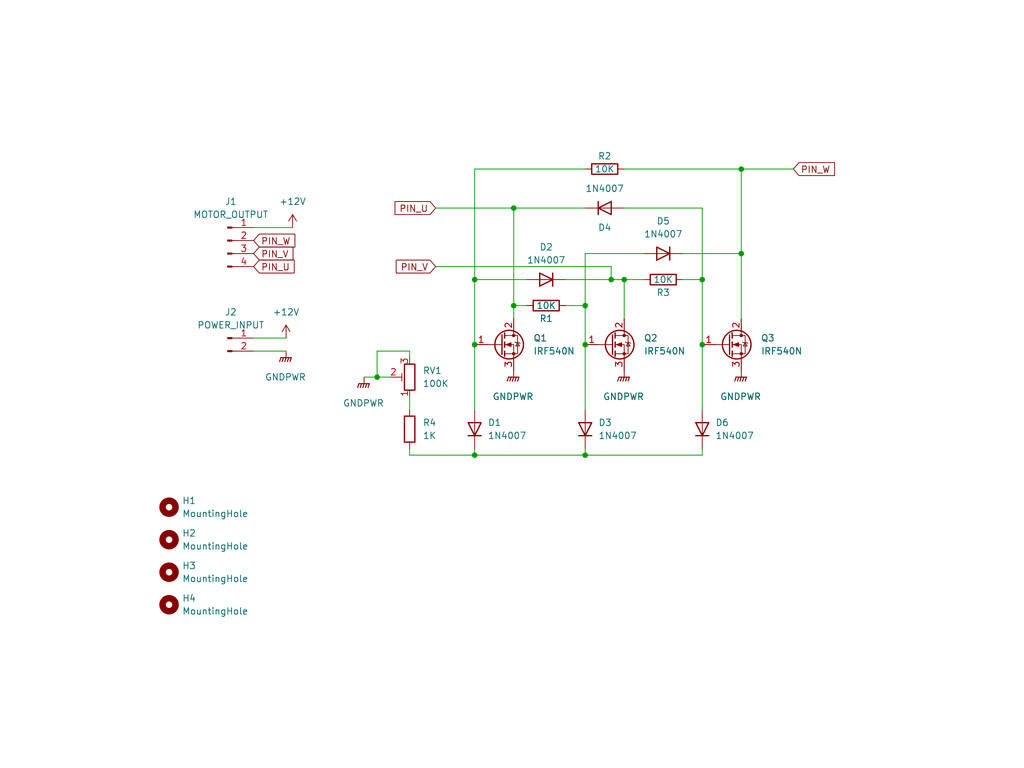
<source format=kicad_sch>
(kicad_sch (version 20211123) (generator eeschema)
  (paper "User" 200 150.012)
  (title_block (title "UVW BLCD Controller") (date "2023-01-16") (company "Achmadi ST MT"))
  (lib_symbols
    (symbol "Connector:Conn_01x02_Male" (pin_names (offset 1.016) hide)
      (property "Reference" "J" (at 0 2.54 0))
      (property "Value" "Conn_01x02_Male" (at 0 -5.08 0))
      (symbol "Conn_01x02_Male_1_1"
        (polyline (pts (xy 1.27 -2.54) (xy 0.8636 -2.54)) (stroke (width 0.1524)))
        (polyline (pts (xy 1.27 0) (xy 0.8636 0)) (stroke (width 0.1524)))
        (rectangle (start 0.8636 -2.413) (end 0 -2.667) (stroke (width 0.1524)) (fill (type outline)))
        (rectangle (start 0.8636 0.127) (end 0 -0.127) (stroke (width 0.1524)) (fill (type outline)))
        (pin passive line (at 5.08 0 180) (length 3.81) (name "Pin_1") (number "1"))
        (pin passive line (at 5.08 -2.54 180) (length 3.81) (name "Pin_2") (number "2"))
      )
    )
    (symbol "Connector:Conn_01x04_Male" (pin_names (offset 1.016) hide)
      (property "Reference" "J" (at 0 5.08 0))
      (property "Value" "Conn_01x04_Male" (at 0 -7.62 0))
      (symbol "Conn_01x04_Male_1_1"
        (polyline (pts (xy 1.27 -5.08) (xy 0.8636 -5.08)) (stroke (width 0.1524)))
        (polyline (pts (xy 1.27 -2.54) (xy 0.8636 -2.54)) (stroke (width 0.1524)))
        (polyline (pts (xy 1.27 0) (xy 0.8636 0)) (stroke (width 0.1524)))
        (polyline (pts (xy 1.27 2.54) (xy 0.8636 2.54)) (stroke (width 0.1524)))
        (rectangle (start 0.8636 -4.953) (end 0 -5.207) (stroke (width 0.1524)) (fill (type outline)))
        (rectangle (start 0.8636 -2.413) (end 0 -2.667) (stroke (width 0.1524)) (fill (type outline)))
        (rectangle (start 0.8636 0.127) (end 0 -0.127) (stroke (width 0.1524)) (fill (type outline)))
        (rectangle (start 0.8636 2.667) (end 0 2.413) (stroke (width 0.1524)) (fill (type outline)))
        (pin passive line (at 5.08 2.54 180) (length 3.81) (name "Pin_1") (number "1"))
        (pin passive line (at 5.08 0 180) (length 3.81) (name "Pin_2") (number "2"))
        (pin passive line (at 5.08 -2.54 180) (length 3.81) (name "Pin_3") (number "3"))
        (pin passive line (at 5.08 -5.08 180) (length 3.81) (name "Pin_4") (number "4"))
      )
    )
    (symbol "Device:D" (pin_numbers hide) (pin_names (offset 1.016) hide)
      (property "Reference" "D" (at 0 2.54 0))
      (property "Value" "D" (at 0 -2.54 0))
      (symbol "D_0_1"
        (polyline (pts (xy -1.27 1.27) (xy -1.27 -1.27)) (stroke (width 0.254)))
        (polyline (pts (xy 1.27 0) (xy -1.27 0)))
        (polyline (pts (xy 1.27 1.27) (xy 1.27 -1.27) (xy -1.27 0) (xy 1.27 1.27)) (stroke (width 0.254)))
      )
      (symbol "D_1_1"
        (pin passive line (at -3.81 0 0) (length 2.54) (name "K") (number "1"))
        (pin passive line (at 3.81 0 180) (length 2.54) (name "A") (number "2"))
      )
    )
    (symbol "Device:R" (pin_numbers hide) (pin_names (offset 0))
      (property "Reference" "R" (at 2.032 0 90))
      (property "Value" "R" (at 0 0 90))
      (symbol "R_0_1"
        (rectangle (start -1.016 -2.54) (end 1.016 2.54) (stroke (width 0.254)))
      )
      (symbol "R_1_1"
        (pin passive line (at 0 3.81 270) (length 1.27) (name "~") (number "1"))
        (pin passive line (at 0 -3.81 90) (length 1.27) (name "~") (number "2"))
      )
    )
    (symbol "Device:R_Potentiometer_Trim" (pin_names (offset 1.016) hide)
      (property "Reference" "RV" (at -4.445 0 90))
      (property "Value" "R_Potentiometer_Trim" (at -2.54 0 90))
      (symbol "R_Potentiometer_Trim_0_1"
        (polyline (pts (xy 1.524 0.762) (xy 1.524 -0.762)))
        (polyline (pts (xy 2.54 0) (xy 1.524 0)))
        (rectangle (start 1.016 2.54) (end -1.016 -2.54) (stroke (width 0.254)))
      )
      (symbol "R_Potentiometer_Trim_1_1"
        (pin passive line (at 0 3.81 270) (length 1.27) (name "1") (number "1"))
        (pin passive line (at 3.81 0 180) (length 1.27) (name "2") (number "2"))
        (pin passive line (at 0 -3.81 90) (length 1.27) (name "3") (number "3"))
      )
    )
    (symbol "Mechanical:MountingHole" (pin_names (offset 1.016))
      (property "Reference" "H" (at 0 5.08 0))
      (property "Value" "MountingHole" (at 0 3.175 0))
      (symbol "MountingHole_0_1"
        (circle (center 0 0) (radius 1.27) (stroke (width 1.27)))
      )
    )
    (symbol "Transistor_FET:IRF540N" (pin_names hide)
      (property "Reference" "Q" (at 6.35 1.905 0))
      (property "Value" "IRF540N" (at 6.35 0 0))
      (symbol "IRF540N_0_1"
        (polyline (pts (xy 0.254 0) (xy -2.54 0)))
        (polyline (pts (xy 0.254 1.905) (xy 0.254 -1.905)) (stroke (width 0.254)))
        (polyline (pts (xy 0.762 -1.27) (xy 0.762 -2.286)) (stroke (width 0.254)))
        (polyline (pts (xy 0.762 0.508) (xy 0.762 -0.508)) (stroke (width 0.254)))
        (polyline (pts (xy 0.762 2.286) (xy 0.762 1.27)) (stroke (width 0.254)))
        (polyline (pts (xy 2.54 2.54) (xy 2.54 1.778)))
        (polyline (pts (xy 2.54 -2.54) (xy 2.54 0) (xy 0.762 0)))
        (polyline (pts (xy 0.762 -1.778) (xy 3.302 -1.778) (xy 3.302 1.778) (xy 0.762 1.778)))
        (polyline (pts (xy 1.016 0) (xy 2.032 0.381) (xy 2.032 -0.381) (xy 1.016 0)) (fill (type outline)))
        (polyline (pts (xy 2.794 0.508) (xy 2.921 0.381) (xy 3.683 0.381) (xy 3.81 0.254)))
        (polyline (pts (xy 3.302 0.381) (xy 2.921 -0.254) (xy 3.683 -0.254) (xy 3.302 0.381)))
        (circle (center 1.651 0) (radius 2.794) (stroke (width 0.254)))
        (circle (center 2.54 -1.778) (radius 0.254) (fill (type outline)))
        (circle (center 2.54 1.778) (radius 0.254) (fill (type outline)))
      )
      (symbol "IRF540N_1_1"
        (pin input line (at -5.08 0 0) (length 2.54) (name "G") (number "1"))
        (pin passive line (at 2.54 5.08 270) (length 2.54) (name "D") (number "2"))
        (pin passive line (at 2.54 -5.08 90) (length 2.54) (name "S") (number "3"))
      )
    )
    (symbol "power:+12V" (power) (pin_names (offset 0))
      (property "Value" "+12V" (at 0 3.556 0))
      (symbol "+12V_0_1"
        (polyline (pts (xy -0.762 1.27) (xy 0 2.54)))
        (polyline (pts (xy 0 0) (xy 0 2.54)))
        (polyline (pts (xy 0 2.54) (xy 0.762 1.27)))
      )
      (symbol "+12V_1_1"
        (pin power_in line (at 0 0 90) (length 0) hide (name "+12V") (number "1"))
      )
    )
    (symbol "power:GNDPWR" (power) (pin_names (offset 0))
      (property "Value" "GNDPWR" (at 0 -3.302 0))
      (symbol "GNDPWR_0_1"
        (polyline (pts (xy 0 -1.27) (xy 0 0)))
        (polyline (pts (xy -1.016 -1.27) (xy -1.27 -2.032) (xy -1.27 -2.032)) (stroke (width 0.2032)))
        (polyline (pts (xy -0.508 -1.27) (xy -0.762 -2.032) (xy -0.762 -2.032)) (stroke (width 0.2032)))
        (polyline (pts (xy 0 -1.27) (xy -0.254 -2.032) (xy -0.254 -2.032)) (stroke (width 0.2032)))
        (polyline (pts (xy 0.508 -1.27) (xy 0.254 -2.032) (xy 0.254 -2.032)) (stroke (width 0.2032)))
        (polyline (pts (xy 1.016 -1.27) (xy -1.016 -1.27) (xy -1.016 -1.27)) (stroke (width 0.2032)))
        (polyline (pts (xy 1.016 -1.27) (xy 0.762 -2.032) (xy 0.762 -2.032) (xy 0.762 -2.032)) (stroke (width 0.2032)))
      )
      (symbol "GNDPWR_1_1"
        (pin power_in line (at 0 0 270) (length 0) hide (name "GNDPWR") (number "1"))
      )
    )
  )
  (junction (at 144.78 49.53))
  (junction (at 92.71 54.61))
  (junction (at 114.3 67.31))
  (junction (at 114.3 88.9))
  (junction (at 100.33 59.69))
  (junction (at 137.16 67.31))
  (junction (at 92.71 88.9))
  (junction (at 73.66 73.66))
  (junction (at 137.16 54.61))
  (junction (at 119.38 54.61))
  (junction (at 114.3 59.69))
  (junction (at 121.92 54.61))
  (junction (at 92.71 67.31))
  (junction (at 100.33 40.64))
  (junction (at 144.78 33.02))
  (wire (pts (xy 110.49 59.69) (xy 114.3 59.69)))
  (wire (pts (xy 100.33 59.69) (xy 100.33 62.23)))
  (wire (pts (xy 137.16 40.64) (xy 137.16 54.61)))
  (wire (pts (xy 92.71 87.63) (xy 92.71 88.9)))
  (wire (pts (xy 114.3 67.31) (xy 114.3 80.01)))
  (wire (pts (xy 100.33 59.69) (xy 102.87 59.69)))
  (wire (pts (xy 114.3 59.69) (xy 114.3 49.53)))
  (wire (pts (xy 100.33 40.64) (xy 100.33 59.69)))
  (wire (pts (xy 121.92 40.64) (xy 137.16 40.64)))
  (wire (pts (xy 92.71 54.61) (xy 92.71 33.02)))
  (wire (pts (xy 85.09 52.07) (xy 119.38 52.07)))
  (wire (pts (xy 85.09 40.64) (xy 100.33 40.64)))
  (wire (pts (xy 71.12 73.66) (xy 73.66 73.66)))
  (wire (pts (xy 114.3 40.64) (xy 100.33 40.64)))
  (wire (pts (xy 92.71 88.9) (xy 114.3 88.9)))
  (wire (pts (xy 114.3 87.63) (xy 114.3 88.9)))
  (wire (pts (xy 80.01 87.63) (xy 80.01 88.9)))
  (wire (pts (xy 133.35 54.61) (xy 137.16 54.61)))
  (wire (pts (xy 114.3 49.53) (xy 125.73 49.53)))
  (wire (pts (xy 49.53 66.04) (xy 55.88 66.04)))
  (wire (pts (xy 92.71 67.31) (xy 92.71 54.61)))
  (wire (pts (xy 137.16 88.9) (xy 137.16 87.63)))
  (wire (pts (xy 137.16 67.31) (xy 137.16 80.01)))
  (wire (pts (xy 80.01 77.47) (xy 80.01 80.01)))
  (wire (pts (xy 110.49 54.61) (xy 119.38 54.61)))
  (wire (pts (xy 92.71 54.61) (xy 102.87 54.61)))
  (wire (pts (xy 114.3 88.9) (xy 137.16 88.9)))
  (wire (pts (xy 49.53 68.58) (xy 55.88 68.58)))
  (wire (pts (xy 80.01 69.85) (xy 80.01 68.58)))
  (wire (pts (xy 121.92 54.61) (xy 125.73 54.61)))
  (wire (pts (xy 73.66 73.66) (xy 76.2 73.66)))
  (wire (pts (xy 144.78 33.02) (xy 144.78 49.53)))
  (wire (pts (xy 121.92 54.61) (xy 121.92 62.23)))
  (wire (pts (xy 80.01 68.58) (xy 73.66 68.58)))
  (wire (pts (xy 73.66 68.58) (xy 73.66 73.66)))
  (wire (pts (xy 119.38 52.07) (xy 119.38 54.61)))
  (wire (pts (xy 144.78 33.02) (xy 154.94 33.02)))
  (wire (pts (xy 114.3 67.31) (xy 114.3 59.69)))
  (wire (pts (xy 133.35 49.53) (xy 144.78 49.53)))
  (wire (pts (xy 80.01 88.9) (xy 92.71 88.9)))
  (wire (pts (xy 119.38 54.61) (xy 121.92 54.61)))
  (wire (pts (xy 144.78 49.53) (xy 144.78 62.23)))
  (wire (pts (xy 92.71 67.31) (xy 92.71 80.01)))
  (wire (pts (xy 121.92 33.02) (xy 144.78 33.02)))
  (wire (pts (xy 92.71 33.02) (xy 114.3 33.02)))
  (wire (pts (xy 49.53 44.45) (xy 57.15 44.45)))
  (wire (pts (xy 137.16 54.61) (xy 137.16 67.31)))
  (global_label "PIN_W" (shape input) (at 49.53 46.99 0) (property "Intersheet References" "${INTERSHEET_REFS}" (effects hide)))
  (global_label "PIN_V" (shape input) (at 85.09 52.07 180) (property "Intersheet References" "${INTERSHEET_REFS}" (effects hide)))
  (global_label "PIN_U" (shape input) (at 85.09 40.64 180) (property "Intersheet References" "${INTERSHEET_REFS}" (effects hide)))
  (global_label "PIN_U" (shape input) (at 49.53 52.07 0) (property "Intersheet References" "${INTERSHEET_REFS}" (effects hide)))
  (global_label "PIN_V" (shape input) (at 49.53 49.53 0) (property "Intersheet References" "${INTERSHEET_REFS}" (effects hide)))
  (global_label "PIN_W" (shape input) (at 154.94 33.02 0) (property "Intersheet References" "${INTERSHEET_REFS}" (effects hide)))
  (symbol (lib_id "Device:D") (at 92.71 83.82 90) (unit 1)
    (property "Reference" "D1" (at 95.25 82.5499 90) (effects (justify right)))
    (property "Value" "1N4007" (at 95.25 85.0899 90) (effects (justify right)))
    (property "Footprint" "Diode_SMD:D_SMA-SMB_Universal_Handsoldering" (effects hide))
  )
  (symbol (lib_id "Device:D") (at 114.3 83.82 90) (unit 1)
    (property "Reference" "D3" (at 116.84 82.5499 90) (effects (justify right)))
    (property "Value" "1N4007" (at 116.84 85.0899 90) (effects (justify right)))
    (property "Footprint" "Diode_SMD:D_SMA-SMB_Universal_Handsoldering" (effects hide))
  )
  (symbol (lib_id "Device:R") (at 106.68 59.69 90) (unit 1)
    (property "Reference" "R1" (at 106.68 62.23 90))
    (property "Value" "10K" (at 106.68 59.69 90))
    (property "Footprint" "Resistor_SMD:R_1206_3216Metric_Pad1.30x1.75mm_HandSolder" (effects hide))
  )
  (symbol (lib_id "Transistor_FET:IRF540N") (at 97.79 67.31 0) (unit 1)
    (property "Reference" "Q1" (at 104.14 66.0399 0) (effects (justify left)))
    (property "Value" "IRF540N" (at 104.14 68.5799 0) (effects (justify left)))
    (property "Footprint" "Package_TO_SOT_SMD:TO-263-2" (effects hide))
    (property "Datasheet" "http://www.irf.com/product-info/datasheets/data/irf540n.pdf" (effects hide))
  )
  (symbol (lib_id "Device:D") (at 106.68 54.61 180) (unit 1)
    (property "Reference" "D2" (at 106.68 48.26 0))
    (property "Value" "1N4007" (at 106.68 50.8 0))
    (property "Footprint" "Diode_SMD:D_SMA-SMB_Universal_Handsoldering" (effects hide))
  )
  (symbol (lib_id "Transistor_FET:IRF540N") (at 142.24 67.31 0) (unit 1)
    (property "Reference" "Q3" (at 148.59 66.0399 0) (effects (justify left)))
    (property "Value" "IRF540N" (at 148.59 68.5799 0) (effects (justify left)))
    (property "Footprint" "Package_TO_SOT_SMD:TO-263-2" (effects hide))
    (property "Datasheet" "http://www.irf.com/product-info/datasheets/data/irf540n.pdf" (effects hide))
  )
  (symbol (lib_id "Mechanical:MountingHole") (at 33.02 99.06 0) (unit 1)
    (property "Reference" "H1" (at 35.56 97.7899 0) (effects (justify left)))
    (property "Value" "MountingHole" (at 35.56 100.3299 0) (effects (justify left)))
    (property "Footprint" "MountingHole:MountingHole_2.5mm" (effects hide))
  )
  (symbol (lib_id "Device:D") (at 118.11 40.64 0) (unit 1)
    (property "Reference" "D4" (at 118.11 44.45 0))
    (property "Value" "1N4007" (at 118.11 36.83 0))
    (property "Footprint" "Diode_SMD:D_SMA-SMB_Universal_Handsoldering" (effects hide))
  )
  (symbol (lib_id "Device:R") (at 80.01 83.82 0) (unit 1)
    (property "Reference" "R4" (at 82.55 82.5499 0) (effects (justify left)))
    (property "Value" "1K" (at 82.55 85.0899 0) (effects (justify left)))
    (property "Footprint" "Resistor_SMD:R_1206_3216Metric_Pad1.30x1.75mm_HandSolder" (effects hide))
  )
  (symbol (lib_id "power:GNDPWR") (at 100.33 72.39 0) (unit 1)
    (property "Reference" "#PWR01" (effects hide))
    (property "Value" "GNDPWR" (at 100.203 77.47 0))
  )
  (symbol (lib_id "Device:D") (at 129.54 49.53 180) (unit 1)
    (property "Reference" "D5" (at 129.54 43.18 0))
    (property "Value" "1N4007" (at 129.54 45.72 0))
    (property "Footprint" "Diode_SMD:D_SMA-SMB_Universal_Handsoldering" (effects hide))
  )
  (symbol (lib_id "Device:D") (at 137.16 83.82 90) (unit 1)
    (property "Reference" "D6" (at 139.7 82.5499 90) (effects (justify right)))
    (property "Value" "1N4007" (at 139.7 85.0899 90) (effects (justify right)))
    (property "Footprint" "Diode_SMD:D_SMA-SMB_Universal_Handsoldering" (effects hide))
  )
  (symbol (lib_id "power:+12V") (at 57.15 44.45 0) (unit 1)
    (property "Reference" "#PWR0101" (effects hide))
    (property "Value" "+12V" (at 57.15 39.37 0))
  )
  (symbol (lib_id "Connector:Conn_01x02_Male") (at 44.45 66.04 0) (unit 1)
    (property "Reference" "J2" (at 45.085 60.96 0))
    (property "Value" "POWER_INPUT" (at 45.085 63.5 0))
    (property "Footprint" "TerminalBlock_Altech:Altech_AK300_1x02_P5.00mm_45-Degree" (effects hide))
  )
  (symbol (lib_id "Mechanical:MountingHole") (at 33.02 111.76 0) (unit 1)
    (property "Reference" "H3" (at 35.56 110.4899 0) (effects (justify left)))
    (property "Value" "MountingHole" (at 35.56 113.0299 0) (effects (justify left)))
    (property "Footprint" "MountingHole:MountingHole_2.5mm" (effects hide))
  )
  (symbol (lib_id "Mechanical:MountingHole") (at 33.02 118.11 0) (unit 1)
    (property "Reference" "H4" (at 35.56 116.8399 0) (effects (justify left)))
    (property "Value" "MountingHole" (at 35.56 119.3799 0) (effects (justify left)))
    (property "Footprint" "MountingHole:MountingHole_2.5mm" (effects hide))
  )
  (symbol (lib_id "Connector:Conn_01x04_Male") (at 44.45 46.99 0) (unit 1)
    (property "Reference" "J1" (at 45.085 39.37 0))
    (property "Value" "MOTOR_OUTPUT" (at 45.085 41.91 0))
    (property "Footprint" "TerminalBlock_Altech:Altech_AK300_1x04_P5.00mm_45-Degree" (effects hide))
  )
  (symbol (lib_id "power:GNDPWR") (at 121.92 72.39 0) (unit 1)
    (property "Reference" "#PWR02" (effects hide))
    (property "Value" "GNDPWR" (at 121.793 77.47 0))
  )
  (symbol (lib_id "Device:R") (at 129.54 54.61 90) (unit 1)
    (property "Reference" "R3" (at 129.54 57.15 90))
    (property "Value" "10K" (at 129.54 54.61 90))
    (property "Footprint" "Resistor_SMD:R_1206_3216Metric_Pad1.30x1.75mm_HandSolder" (effects hide))
  )
  (symbol (lib_id "power:GNDPWR") (at 55.88 68.58 0) (unit 1)
    (property "Reference" "#PWR0102" (effects hide))
    (property "Value" "GNDPWR" (at 55.753 73.66 0))
  )
  (symbol (lib_id "Device:R_Potentiometer_Trim") (at 80.01 73.66 180) (unit 1)
    (property "Reference" "RV1" (at 82.55 72.3899 0) (effects (justify right)))
    (property "Value" "100K" (at 82.55 74.9299 0) (effects (justify right)))
    (property "Footprint" "Potentiometer_THT:Potentiometer_Bourns_3266W_Vertical" (effects hide))
  )
  (symbol (lib_id "power:GNDPWR") (at 71.12 73.66 0) (unit 1)
    (property "Reference" "#PWR04" (effects hide))
    (property "Value" "GNDPWR" (at 70.993 78.74 0))
  )
  (symbol (lib_id "Transistor_FET:IRF540N") (at 119.38 67.31 0) (unit 1)
    (property "Reference" "Q2" (at 125.73 66.0399 0) (effects (justify left)))
    (property "Value" "IRF540N" (at 125.73 68.5799 0) (effects (justify left)))
    (property "Footprint" "Package_TO_SOT_SMD:TO-263-2" (effects hide))
    (property "Datasheet" "http://www.irf.com/product-info/datasheets/data/irf540n.pdf" (effects hide))
  )
  (symbol (lib_id "Device:R") (at 118.11 33.02 90) (unit 1)
    (property "Reference" "R2" (at 118.11 30.48 90))
    (property "Value" "10K" (at 118.11 33.02 90))
    (property "Footprint" "Resistor_SMD:R_1206_3216Metric_Pad1.30x1.75mm_HandSolder" (effects hide))
  )
  (symbol (lib_id "Mechanical:MountingHole") (at 33.02 105.41 0) (unit 1)
    (property "Reference" "H2" (at 35.56 104.1399 0) (effects (justify left)))
    (property "Value" "MountingHole" (at 35.56 106.6799 0) (effects (justify left)))
    (property "Footprint" "MountingHole:MountingHole_2.5mm" (effects hide))
  )
  (symbol (lib_id "power:+12V") (at 55.88 66.04 0) (unit 1)
    (property "Reference" "#PWR0103" (effects hide))
    (property "Value" "+12V" (at 55.88 60.96 0))
  )
  (symbol (lib_id "power:GNDPWR") (at 144.78 72.39 0) (unit 1)
    (property "Reference" "#PWR03" (effects hide))
    (property "Value" "GNDPWR" (at 144.653 77.47 0))
  )
)
</source>
